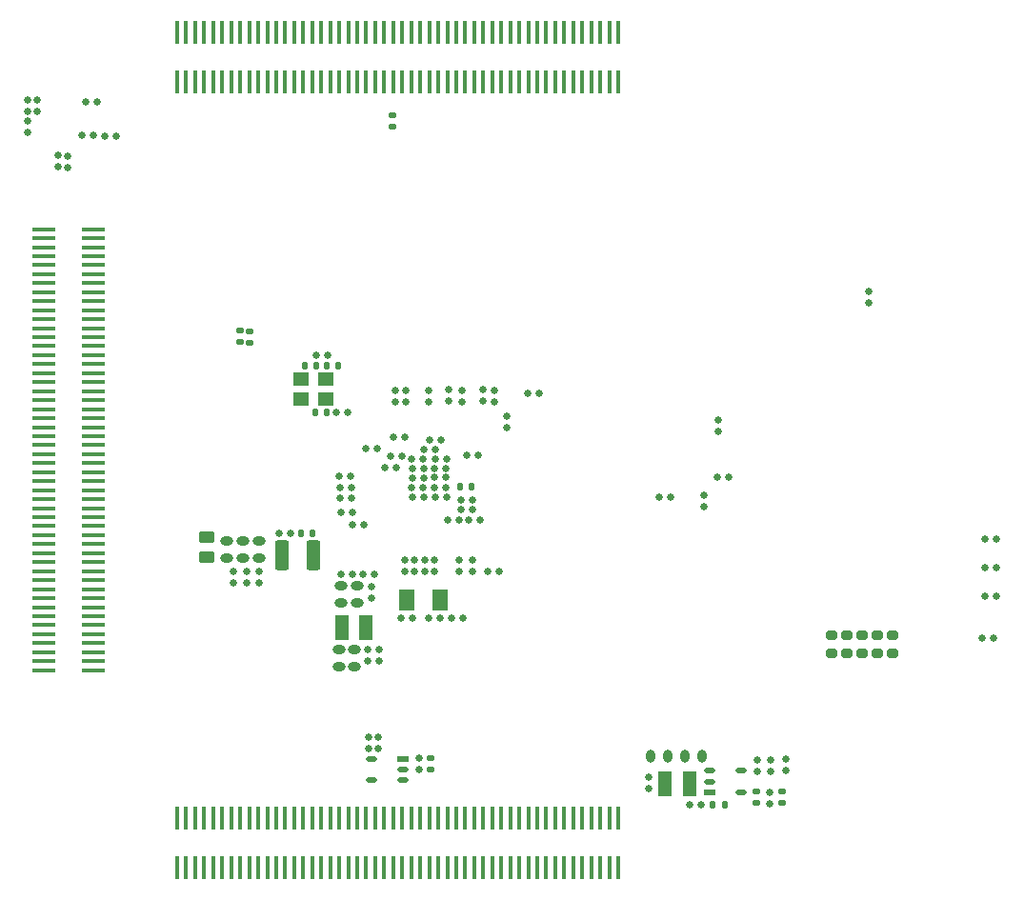
<source format=gbr>
G04 #@! TF.GenerationSoftware,KiCad,Pcbnew,7.0.2*
G04 #@! TF.CreationDate,2023-07-08T17:01:21+08:00*
G04 #@! TF.ProjectId,HPM1500_DDR3_CORE_RevB,48504d31-3530-4305-9f44-4452335f434f,rev?*
G04 #@! TF.SameCoordinates,Original*
G04 #@! TF.FileFunction,Paste,Bot*
G04 #@! TF.FilePolarity,Positive*
%FSLAX46Y46*%
G04 Gerber Fmt 4.6, Leading zero omitted, Abs format (unit mm)*
G04 Created by KiCad (PCBNEW 7.0.2) date 2023-07-08 17:01:21*
%MOMM*%
%LPD*%
G01*
G04 APERTURE LIST*
G04 Aperture macros list*
%AMRoundRect*
0 Rectangle with rounded corners*
0 $1 Rounding radius*
0 $2 $3 $4 $5 $6 $7 $8 $9 X,Y pos of 4 corners*
0 Add a 4 corners polygon primitive as box body*
4,1,4,$2,$3,$4,$5,$6,$7,$8,$9,$2,$3,0*
0 Add four circle primitives for the rounded corners*
1,1,$1+$1,$2,$3*
1,1,$1+$1,$4,$5*
1,1,$1+$1,$6,$7*
1,1,$1+$1,$8,$9*
0 Add four rect primitives between the rounded corners*
20,1,$1+$1,$2,$3,$4,$5,0*
20,1,$1+$1,$4,$5,$6,$7,0*
20,1,$1+$1,$6,$7,$8,$9,0*
20,1,$1+$1,$8,$9,$2,$3,0*%
G04 Aperture macros list end*
%ADD10C,0.635000*%
%ADD11R,0.450000X2.000000*%
%ADD12RoundRect,0.200000X0.275000X-0.200000X0.275000X0.200000X-0.275000X0.200000X-0.275000X-0.200000X0*%
%ADD13R,2.000000X0.450000*%
%ADD14R,1.400000X1.200000*%
%ADD15RoundRect,0.135000X-0.185000X0.135000X-0.185000X-0.135000X0.185000X-0.135000X0.185000X0.135000X0*%
%ADD16RoundRect,0.050800X-0.650250X-0.900450X0.650250X-0.900450X0.650250X0.900450X-0.650250X0.900450X0*%
%ADD17RoundRect,0.135000X-0.135000X-0.185000X0.135000X-0.185000X0.135000X0.185000X-0.135000X0.185000X0*%
%ADD18O,1.143000X0.889000*%
%ADD19O,0.889000X1.143000*%
%ADD20RoundRect,0.135000X0.135000X0.185000X-0.135000X0.185000X-0.135000X-0.185000X0.135000X-0.185000X0*%
%ADD21RoundRect,0.250000X0.375000X1.075000X-0.375000X1.075000X-0.375000X-1.075000X0.375000X-1.075000X0*%
%ADD22R,1.230000X2.220000*%
%ADD23R,1.016000X0.508000*%
%ADD24O,1.016000X0.508000*%
%ADD25RoundRect,0.135000X0.185000X-0.135000X0.185000X0.135000X-0.185000X0.135000X-0.185000X-0.135000X0*%
%ADD26RoundRect,0.250000X-0.450000X0.262500X-0.450000X-0.262500X0.450000X-0.262500X0.450000X0.262500X0*%
G04 APERTURE END LIST*
D10*
X140715000Y-126173000D03*
X140715000Y-125157000D03*
X143742000Y-100490000D03*
X144758000Y-100490000D03*
D11*
X122894988Y-132370106D03*
X122894988Y-136769894D03*
X123695000Y-132370106D03*
X123695000Y-136769894D03*
X124495012Y-132370106D03*
X124495012Y-136769894D03*
X125295024Y-132370106D03*
X125295024Y-136769894D03*
X126095036Y-132370106D03*
X126095036Y-136769894D03*
X126895048Y-132370106D03*
X126895048Y-136769894D03*
X127695060Y-132370106D03*
X127695060Y-136769894D03*
X128495072Y-132370106D03*
X128495072Y-136769894D03*
X129295084Y-132370106D03*
X129295084Y-136769894D03*
X130095096Y-132370106D03*
X130095096Y-136769894D03*
X130895108Y-132370106D03*
X130895108Y-136769894D03*
X131695120Y-132370106D03*
X131695120Y-136769894D03*
X132495132Y-132370106D03*
X132495132Y-136769894D03*
X133295144Y-132370106D03*
X133295144Y-136769894D03*
X134095156Y-132370106D03*
X134095156Y-136769894D03*
X134895168Y-132370106D03*
X134895168Y-136769894D03*
X135695180Y-132370106D03*
X135695180Y-136769894D03*
X136495192Y-132370106D03*
X136495192Y-136769894D03*
X137295204Y-132370106D03*
X137295204Y-136769894D03*
X138095216Y-132370106D03*
X138095216Y-136769894D03*
X138895228Y-132370106D03*
X138895228Y-136769894D03*
X139695240Y-132370106D03*
X139695240Y-136769894D03*
X140495252Y-132370106D03*
X140495252Y-136769894D03*
X141295264Y-132370106D03*
X141295264Y-136769894D03*
X142095292Y-132370106D03*
X142095292Y-136769894D03*
X142895292Y-132370106D03*
X142895292Y-136769894D03*
X143695292Y-132370106D03*
X143695292Y-136769894D03*
X144495292Y-132370106D03*
X144495292Y-136769894D03*
X145295292Y-132370106D03*
X145295292Y-136769894D03*
X146095292Y-132370106D03*
X146095292Y-136769894D03*
X146895292Y-132370106D03*
X146895292Y-136769894D03*
X147695292Y-132370106D03*
X147695292Y-136769894D03*
X148495292Y-132370106D03*
X148495292Y-136769894D03*
X149295292Y-132370106D03*
X149295292Y-136769894D03*
X150095292Y-132370106D03*
X150095292Y-136769894D03*
X150895292Y-132370106D03*
X150895292Y-136769894D03*
X151695292Y-132370106D03*
X151695292Y-136769894D03*
X152495292Y-132370106D03*
X152495292Y-136769894D03*
X153295292Y-132370106D03*
X153295292Y-136769894D03*
X154095292Y-132370106D03*
X154095292Y-136769894D03*
X154895292Y-132370106D03*
X154895292Y-136769894D03*
X155695292Y-132370106D03*
X155695292Y-136769894D03*
X156495292Y-132370106D03*
X156495292Y-136769894D03*
X157295292Y-132370106D03*
X157295292Y-136769894D03*
X158095292Y-132370106D03*
X158095292Y-136769894D03*
X158895292Y-132370106D03*
X158895292Y-136769894D03*
X159695292Y-132370106D03*
X159695292Y-136769894D03*
X160495292Y-132370106D03*
X160495292Y-136769894D03*
X161295292Y-132370106D03*
X161295292Y-136769894D03*
X162095292Y-132370106D03*
X162095292Y-136769894D03*
D10*
X170937000Y-102085000D03*
X171953000Y-102085000D03*
D12*
X186485000Y-117769200D03*
X186485000Y-116119200D03*
D10*
X140860000Y-117382000D03*
X140860000Y-118398000D03*
X145735000Y-109437000D03*
X145735000Y-110453000D03*
D12*
X183760000Y-117769200D03*
X183760000Y-116119200D03*
D10*
X127885000Y-110455000D03*
X127885000Y-111471000D03*
X146248000Y-114645000D03*
X145232000Y-114645000D03*
X129035000Y-110455000D03*
X129035000Y-111471000D03*
D13*
X115419894Y-80042488D03*
X111020106Y-80042488D03*
X115419894Y-80842500D03*
X111020106Y-80842500D03*
X115419894Y-81642512D03*
X111020106Y-81642512D03*
X115419894Y-82442524D03*
X111020106Y-82442524D03*
X115419894Y-83242536D03*
X111020106Y-83242536D03*
X115419894Y-84042548D03*
X111020106Y-84042548D03*
X115419894Y-84842560D03*
X111020106Y-84842560D03*
X115419894Y-85642572D03*
X111020106Y-85642572D03*
X115419894Y-86442584D03*
X111020106Y-86442584D03*
X115419894Y-87242596D03*
X111020106Y-87242596D03*
X115419894Y-88042608D03*
X111020106Y-88042608D03*
X115419894Y-88842620D03*
X111020106Y-88842620D03*
X115419894Y-89642632D03*
X111020106Y-89642632D03*
X115419894Y-90442644D03*
X111020106Y-90442644D03*
X115419894Y-91242656D03*
X111020106Y-91242656D03*
X115419894Y-92042668D03*
X111020106Y-92042668D03*
X115419894Y-92842680D03*
X111020106Y-92842680D03*
X115419894Y-93642692D03*
X111020106Y-93642692D03*
X115419894Y-94442704D03*
X111020106Y-94442704D03*
X115419894Y-95242716D03*
X111020106Y-95242716D03*
X115419894Y-96042728D03*
X111020106Y-96042728D03*
X115419894Y-96842740D03*
X111020106Y-96842740D03*
X115419894Y-97642752D03*
X111020106Y-97642752D03*
X115419894Y-98442764D03*
X111020106Y-98442764D03*
X115419894Y-99242792D03*
X111020106Y-99242792D03*
X115419894Y-100042792D03*
X111020106Y-100042792D03*
X115419894Y-100842792D03*
X111020106Y-100842792D03*
X115419894Y-101642792D03*
X111020106Y-101642792D03*
X115419894Y-102442792D03*
X111020106Y-102442792D03*
X115419894Y-103242792D03*
X111020106Y-103242792D03*
X115419894Y-104042792D03*
X111020106Y-104042792D03*
X115419894Y-104842792D03*
X111020106Y-104842792D03*
X115419894Y-105642792D03*
X111020106Y-105642792D03*
X115419894Y-106442792D03*
X111020106Y-106442792D03*
X115419894Y-107242792D03*
X111020106Y-107242792D03*
X115419894Y-108042792D03*
X111020106Y-108042792D03*
X115419894Y-108842792D03*
X111020106Y-108842792D03*
X115419894Y-109642792D03*
X111020106Y-109642792D03*
X115419894Y-110442792D03*
X111020106Y-110442792D03*
X115419894Y-111242792D03*
X111020106Y-111242792D03*
X115419894Y-112042792D03*
X111020106Y-112042792D03*
X115419894Y-112842792D03*
X111020106Y-112842792D03*
X115419894Y-113642792D03*
X111020106Y-113642792D03*
X115419894Y-114442792D03*
X111020106Y-114442792D03*
X115419894Y-115242792D03*
X111020106Y-115242792D03*
X115419894Y-116042792D03*
X111020106Y-116042792D03*
X115419894Y-116842792D03*
X111020106Y-116842792D03*
X115419894Y-117642792D03*
X111020106Y-117642792D03*
X115419894Y-118442792D03*
X111020106Y-118442792D03*
X115419894Y-119242792D03*
X111020106Y-119242792D03*
D10*
X142353000Y-101265000D03*
X141337000Y-101265000D03*
X149155000Y-104985000D03*
X148139000Y-104985000D03*
X115483000Y-71725000D03*
X114467000Y-71725000D03*
X116415000Y-71795000D03*
X117431000Y-71795000D03*
X147925000Y-109417000D03*
X147925000Y-110433000D03*
D14*
X133889000Y-93400000D03*
X136089000Y-93400000D03*
X136089000Y-95100000D03*
X133889000Y-95100000D03*
D10*
X174414900Y-128212297D03*
X174414900Y-127196297D03*
X139860000Y-117382000D03*
X139860000Y-118398000D03*
D15*
X145435000Y-127075000D03*
X145435000Y-128095000D03*
D16*
X143337000Y-113020000D03*
X146253000Y-113020000D03*
D10*
X133009000Y-107105000D03*
X131993000Y-107105000D03*
X142127000Y-98500000D03*
X143143000Y-98500000D03*
X140135000Y-111847000D03*
X140135000Y-112863000D03*
X138463000Y-105190000D03*
X137447000Y-105190000D03*
X148117000Y-104125000D03*
X149133000Y-104125000D03*
X143843000Y-114645000D03*
X142827000Y-114645000D03*
D17*
X134245000Y-92210000D03*
X135265000Y-92210000D03*
D10*
X175635000Y-128208000D03*
X175635000Y-127192000D03*
X150065000Y-95338000D03*
X150065000Y-94322000D03*
D18*
X137495000Y-111770000D03*
X137495000Y-113294000D03*
D15*
X128475000Y-89060000D03*
X128475000Y-90080000D03*
D10*
X148175000Y-95368000D03*
X148175000Y-94352000D03*
X146803000Y-101295000D03*
X145787000Y-101295000D03*
X149633000Y-100175000D03*
X148617000Y-100175000D03*
X142908000Y-100200000D03*
X141892000Y-100200000D03*
X109629700Y-69559200D03*
X109629700Y-68543200D03*
X138353000Y-103985000D03*
X137337000Y-103985000D03*
X146323000Y-98765000D03*
X145307000Y-98765000D03*
D17*
X135175000Y-96310000D03*
X136195000Y-96310000D03*
D10*
X146823000Y-103885000D03*
X145807000Y-103885000D03*
X151045000Y-95358000D03*
X151045000Y-94342000D03*
D11*
X122894988Y-62520106D03*
X122894988Y-66919894D03*
X123695000Y-62520106D03*
X123695000Y-66919894D03*
X124495012Y-62520106D03*
X124495012Y-66919894D03*
X125295024Y-62520106D03*
X125295024Y-66919894D03*
X126095036Y-62520106D03*
X126095036Y-66919894D03*
X126895048Y-62520106D03*
X126895048Y-66919894D03*
X127695060Y-62520106D03*
X127695060Y-66919894D03*
X128495072Y-62520106D03*
X128495072Y-66919894D03*
X129295084Y-62520106D03*
X129295084Y-66919894D03*
X130095096Y-62520106D03*
X130095096Y-66919894D03*
X130895108Y-62520106D03*
X130895108Y-66919894D03*
X131695120Y-62520106D03*
X131695120Y-66919894D03*
X132495132Y-62520106D03*
X132495132Y-66919894D03*
X133295144Y-62520106D03*
X133295144Y-66919894D03*
X134095156Y-62520106D03*
X134095156Y-66919894D03*
X134895168Y-62520106D03*
X134895168Y-66919894D03*
X135695180Y-62520106D03*
X135695180Y-66919894D03*
X136495192Y-62520106D03*
X136495192Y-66919894D03*
X137295204Y-62520106D03*
X137295204Y-66919894D03*
X138095216Y-62520106D03*
X138095216Y-66919894D03*
X138895228Y-62520106D03*
X138895228Y-66919894D03*
X139695240Y-62520106D03*
X139695240Y-66919894D03*
X140495252Y-62520106D03*
X140495252Y-66919894D03*
X141295264Y-62520106D03*
X141295264Y-66919894D03*
X142095292Y-62520106D03*
X142095292Y-66919894D03*
X142895292Y-62520106D03*
X142895292Y-66919894D03*
X143695292Y-62520106D03*
X143695292Y-66919894D03*
X144495292Y-62520106D03*
X144495292Y-66919894D03*
X145295292Y-62520106D03*
X145295292Y-66919894D03*
X146095292Y-62520106D03*
X146095292Y-66919894D03*
X146895292Y-62520106D03*
X146895292Y-66919894D03*
X147695292Y-62520106D03*
X147695292Y-66919894D03*
X148495292Y-62520106D03*
X148495292Y-66919894D03*
X149295292Y-62520106D03*
X149295292Y-66919894D03*
X150095292Y-62520106D03*
X150095292Y-66919894D03*
X150895292Y-62520106D03*
X150895292Y-66919894D03*
X151695292Y-62520106D03*
X151695292Y-66919894D03*
X152495292Y-62520106D03*
X152495292Y-66919894D03*
X153295292Y-62520106D03*
X153295292Y-66919894D03*
X154095292Y-62520106D03*
X154095292Y-66919894D03*
X154895292Y-62520106D03*
X154895292Y-66919894D03*
X155695292Y-62520106D03*
X155695292Y-66919894D03*
X156495292Y-62520106D03*
X156495292Y-66919894D03*
X157295292Y-62520106D03*
X157295292Y-66919894D03*
X158095292Y-62520106D03*
X158095292Y-66919894D03*
X158895292Y-62520106D03*
X158895292Y-66919894D03*
X159695292Y-62520106D03*
X159695292Y-66919894D03*
X160495292Y-62520106D03*
X160495292Y-66919894D03*
X161295292Y-62520106D03*
X161295292Y-66919894D03*
X162095292Y-62520106D03*
X162095292Y-66919894D03*
D10*
X184400000Y-85567000D03*
X184400000Y-86583000D03*
X149783000Y-105905000D03*
X148767000Y-105905000D03*
X144925000Y-109442000D03*
X144925000Y-110458000D03*
D19*
X166485000Y-126850000D03*
X164961000Y-126850000D03*
D10*
X175535000Y-131090297D03*
X175535000Y-130074297D03*
X139627000Y-99525000D03*
X140643000Y-99525000D03*
D15*
X142045000Y-69935000D03*
X142045000Y-70955000D03*
D10*
X143762000Y-102170000D03*
X144778000Y-102170000D03*
X145813000Y-99635000D03*
X144797000Y-99635000D03*
X138483000Y-110715000D03*
X137467000Y-110715000D03*
X147025000Y-95348000D03*
X147025000Y-94332000D03*
D12*
X182397500Y-117769200D03*
X182397500Y-116119200D03*
D10*
X114769000Y-68685000D03*
X115785000Y-68685000D03*
X145265000Y-95368000D03*
X145265000Y-94352000D03*
X143742000Y-103020000D03*
X144758000Y-103020000D03*
X109629700Y-70451200D03*
X109629700Y-71467200D03*
D20*
X149095000Y-102905000D03*
X148075000Y-102905000D03*
D10*
X194407000Y-116414000D03*
X195423000Y-116414000D03*
D18*
X137260000Y-117390000D03*
X137260000Y-118914000D03*
D15*
X129365000Y-89100000D03*
X129365000Y-90120000D03*
D10*
X137047000Y-96300000D03*
X138063000Y-96300000D03*
X143792000Y-103840000D03*
X144808000Y-103840000D03*
D18*
X130135000Y-109317000D03*
X130135000Y-107793000D03*
D21*
X134985000Y-109055000D03*
X132185000Y-109055000D03*
D10*
X164835000Y-128742000D03*
X164835000Y-129758000D03*
D15*
X174364900Y-130052297D03*
X174364900Y-131072297D03*
D10*
X152185000Y-97663000D03*
X152185000Y-96647000D03*
D19*
X168023000Y-126900000D03*
X169547000Y-126900000D03*
D10*
X169480900Y-131204297D03*
X168464900Y-131204297D03*
X113185000Y-73525000D03*
X113185000Y-74541000D03*
D22*
X168399900Y-129311297D03*
X166229899Y-129311297D03*
D17*
X133883000Y-107105000D03*
X134903000Y-107105000D03*
D10*
X139885000Y-126175000D03*
X139885000Y-125159000D03*
X194707000Y-107614000D03*
X195723000Y-107614000D03*
X147943000Y-105895000D03*
X146927000Y-105895000D03*
D23*
X142972000Y-127145002D03*
D24*
X142972000Y-128095012D03*
X142972000Y-129044998D03*
X140178000Y-129044998D03*
X140178000Y-127145002D03*
D10*
X146858000Y-100485000D03*
X145842000Y-100485000D03*
X146803000Y-103015000D03*
X145787000Y-103015000D03*
D25*
X176635000Y-131059996D03*
X176635000Y-130039996D03*
D18*
X127325000Y-109317000D03*
X127325000Y-107793000D03*
D10*
X143185000Y-95398000D03*
X143185000Y-94382000D03*
X138335000Y-102030000D03*
X137319000Y-102030000D03*
X146803000Y-102115000D03*
X145787000Y-102115000D03*
X166713000Y-103865000D03*
X165697000Y-103865000D03*
X176973400Y-128204200D03*
X176973400Y-127188200D03*
D26*
X125535000Y-107392500D03*
X125535000Y-109217500D03*
D17*
X170512900Y-131204297D03*
X171532900Y-131204297D03*
D10*
X143975000Y-109422000D03*
X143975000Y-110438000D03*
X110454700Y-69559200D03*
X110454700Y-68543200D03*
D18*
X138610000Y-117390000D03*
X138610000Y-118914000D03*
D10*
X143125000Y-109422000D03*
X143125000Y-110438000D03*
D12*
X185122500Y-117769200D03*
X185122500Y-116119200D03*
D10*
X149175000Y-109442000D03*
X149175000Y-110458000D03*
X169695000Y-104683000D03*
X169695000Y-103667000D03*
X139417000Y-110700000D03*
X140433000Y-110700000D03*
D12*
X181035000Y-117769200D03*
X181035000Y-116119200D03*
D10*
X142300000Y-95383000D03*
X142300000Y-94367000D03*
D22*
X139670000Y-115455000D03*
X137499999Y-115455000D03*
D10*
X130185000Y-110455000D03*
X130185000Y-111471000D03*
D18*
X128735000Y-109317000D03*
X128735000Y-107793000D03*
D10*
X195723000Y-110114000D03*
X194707000Y-110114000D03*
X151473000Y-110495000D03*
X150457000Y-110495000D03*
D18*
X138935000Y-111755000D03*
X138935000Y-113279000D03*
D10*
X138403000Y-102985000D03*
X137387000Y-102985000D03*
D20*
X137175000Y-92220000D03*
X136155000Y-92220000D03*
D10*
X195723000Y-112647333D03*
X194707000Y-112647333D03*
X144415000Y-127057000D03*
X144415000Y-128073000D03*
X112305000Y-73483000D03*
X112305000Y-74499000D03*
X170975000Y-98043000D03*
X170975000Y-97027000D03*
X143762000Y-101320000D03*
X144778000Y-101320000D03*
X155045000Y-94595000D03*
X154029000Y-94595000D03*
X135287000Y-91270000D03*
X136303000Y-91270000D03*
X147312000Y-114645000D03*
X148328000Y-114645000D03*
X139523000Y-106330000D03*
X138507000Y-106330000D03*
D23*
X170241000Y-130099996D03*
D24*
X170241000Y-129149986D03*
X170241000Y-128200000D03*
X173035000Y-128200000D03*
X173035000Y-130099996D03*
M02*

</source>
